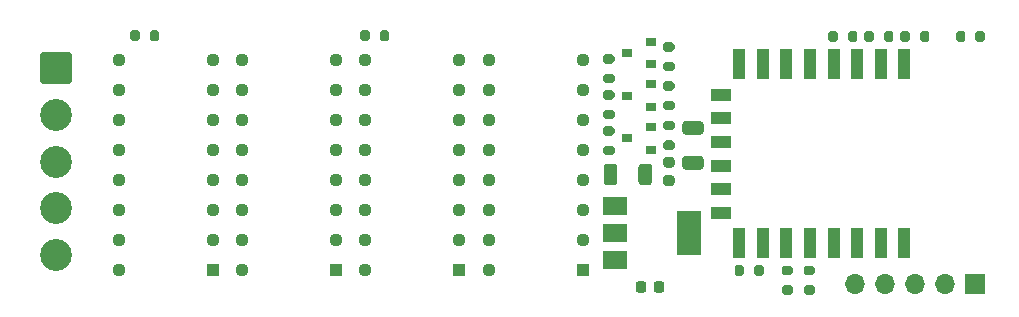
<source format=gbr>
%TF.GenerationSoftware,KiCad,Pcbnew,(5.1.9-0-10_14)*%
%TF.CreationDate,2021-01-14T22:54:26+01:00*%
%TF.ProjectId,diyscip-v2,64697973-6369-4702-9d76-322e6b696361,1.0*%
%TF.SameCoordinates,Original*%
%TF.FileFunction,Soldermask,Top*%
%TF.FilePolarity,Negative*%
%FSLAX46Y46*%
G04 Gerber Fmt 4.6, Leading zero omitted, Abs format (unit mm)*
G04 Created by KiCad (PCBNEW (5.1.9-0-10_14)) date 2021-01-14 22:54:26*
%MOMM*%
%LPD*%
G01*
G04 APERTURE LIST*
%ADD10O,1.700000X1.700000*%
%ADD11R,1.700000X1.700000*%
%ADD12R,1.000000X2.500000*%
%ADD13R,1.800000X1.000000*%
%ADD14C,2.700000*%
%ADD15R,2.000000X1.500000*%
%ADD16R,2.000000X3.800000*%
%ADD17R,0.900000X0.800000*%
%ADD18C,1.130000*%
%ADD19R,1.130000X1.130000*%
G04 APERTURE END LIST*
D10*
%TO.C,J3*%
X187198000Y-104902000D03*
X189738000Y-104902000D03*
X192278000Y-104902000D03*
X194818000Y-104902000D03*
D11*
X197358000Y-104902000D03*
%TD*%
%TO.C,TH1*%
G36*
G01*
X188804500Y-83672000D02*
X188804500Y-84222000D01*
G75*
G02*
X188604500Y-84422000I-200000J0D01*
G01*
X188204500Y-84422000D01*
G75*
G02*
X188004500Y-84222000I0J200000D01*
G01*
X188004500Y-83672000D01*
G75*
G02*
X188204500Y-83472000I200000J0D01*
G01*
X188604500Y-83472000D01*
G75*
G02*
X188804500Y-83672000I0J-200000D01*
G01*
G37*
G36*
G01*
X190454500Y-83672000D02*
X190454500Y-84222000D01*
G75*
G02*
X190254500Y-84422000I-200000J0D01*
G01*
X189854500Y-84422000D01*
G75*
G02*
X189654500Y-84222000I0J200000D01*
G01*
X189654500Y-83672000D01*
G75*
G02*
X189854500Y-83472000I200000J0D01*
G01*
X190254500Y-83472000D01*
G75*
G02*
X190454500Y-83672000I0J-200000D01*
G01*
G37*
%TD*%
%TO.C,R7*%
G36*
G01*
X197401500Y-84222000D02*
X197401500Y-83672000D01*
G75*
G02*
X197601500Y-83472000I200000J0D01*
G01*
X198001500Y-83472000D01*
G75*
G02*
X198201500Y-83672000I0J-200000D01*
G01*
X198201500Y-84222000D01*
G75*
G02*
X198001500Y-84422000I-200000J0D01*
G01*
X197601500Y-84422000D01*
G75*
G02*
X197401500Y-84222000I0J200000D01*
G01*
G37*
G36*
G01*
X195751500Y-84222000D02*
X195751500Y-83672000D01*
G75*
G02*
X195951500Y-83472000I200000J0D01*
G01*
X196351500Y-83472000D01*
G75*
G02*
X196551500Y-83672000I0J-200000D01*
G01*
X196551500Y-84222000D01*
G75*
G02*
X196351500Y-84422000I-200000J0D01*
G01*
X195951500Y-84422000D01*
G75*
G02*
X195751500Y-84222000I0J200000D01*
G01*
G37*
%TD*%
D12*
%TO.C,U2*%
X191388000Y-101473000D03*
X189388000Y-101473000D03*
X187388000Y-101473000D03*
X185388000Y-101473000D03*
X183388000Y-101473000D03*
X181388000Y-101473000D03*
X179388000Y-101473000D03*
X177388000Y-101473000D03*
D13*
X175888000Y-98873000D03*
X175888000Y-96873000D03*
X175888000Y-94873000D03*
X175888000Y-92873000D03*
X175888000Y-90873000D03*
X175888000Y-88873000D03*
D12*
X177388000Y-86273000D03*
X179388000Y-86273000D03*
X181388000Y-86273000D03*
X183388000Y-86273000D03*
X185388000Y-86273000D03*
X187388000Y-86273000D03*
X189388000Y-86273000D03*
X191388000Y-86273000D03*
%TD*%
%TO.C,R14*%
G36*
G01*
X145333000Y-84158500D02*
X145333000Y-83608500D01*
G75*
G02*
X145533000Y-83408500I200000J0D01*
G01*
X145933000Y-83408500D01*
G75*
G02*
X146133000Y-83608500I0J-200000D01*
G01*
X146133000Y-84158500D01*
G75*
G02*
X145933000Y-84358500I-200000J0D01*
G01*
X145533000Y-84358500D01*
G75*
G02*
X145333000Y-84158500I0J200000D01*
G01*
G37*
G36*
G01*
X146983000Y-84158500D02*
X146983000Y-83608500D01*
G75*
G02*
X147183000Y-83408500I200000J0D01*
G01*
X147583000Y-83408500D01*
G75*
G02*
X147783000Y-83608500I0J-200000D01*
G01*
X147783000Y-84158500D01*
G75*
G02*
X147583000Y-84358500I-200000J0D01*
G01*
X147183000Y-84358500D01*
G75*
G02*
X146983000Y-84158500I0J200000D01*
G01*
G37*
%TD*%
%TO.C,R12*%
G36*
G01*
X181758000Y-104160000D02*
X181208000Y-104160000D01*
G75*
G02*
X181008000Y-103960000I0J200000D01*
G01*
X181008000Y-103560000D01*
G75*
G02*
X181208000Y-103360000I200000J0D01*
G01*
X181758000Y-103360000D01*
G75*
G02*
X181958000Y-103560000I0J-200000D01*
G01*
X181958000Y-103960000D01*
G75*
G02*
X181758000Y-104160000I-200000J0D01*
G01*
G37*
G36*
G01*
X181758000Y-105810000D02*
X181208000Y-105810000D01*
G75*
G02*
X181008000Y-105610000I0J200000D01*
G01*
X181008000Y-105210000D01*
G75*
G02*
X181208000Y-105010000I200000J0D01*
G01*
X181758000Y-105010000D01*
G75*
G02*
X181958000Y-105210000I0J-200000D01*
G01*
X181958000Y-105610000D01*
G75*
G02*
X181758000Y-105810000I-200000J0D01*
G01*
G37*
%TD*%
%TO.C,R11*%
G36*
G01*
X183599500Y-104159000D02*
X183049500Y-104159000D01*
G75*
G02*
X182849500Y-103959000I0J200000D01*
G01*
X182849500Y-103559000D01*
G75*
G02*
X183049500Y-103359000I200000J0D01*
G01*
X183599500Y-103359000D01*
G75*
G02*
X183799500Y-103559000I0J-200000D01*
G01*
X183799500Y-103959000D01*
G75*
G02*
X183599500Y-104159000I-200000J0D01*
G01*
G37*
G36*
G01*
X183599500Y-105809000D02*
X183049500Y-105809000D01*
G75*
G02*
X182849500Y-105609000I0J200000D01*
G01*
X182849500Y-105209000D01*
G75*
G02*
X183049500Y-105009000I200000J0D01*
G01*
X183599500Y-105009000D01*
G75*
G02*
X183799500Y-105209000I0J-200000D01*
G01*
X183799500Y-105609000D01*
G75*
G02*
X183599500Y-105809000I-200000J0D01*
G01*
G37*
%TD*%
%TO.C,R9*%
G36*
G01*
X191852500Y-83672000D02*
X191852500Y-84222000D01*
G75*
G02*
X191652500Y-84422000I-200000J0D01*
G01*
X191252500Y-84422000D01*
G75*
G02*
X191052500Y-84222000I0J200000D01*
G01*
X191052500Y-83672000D01*
G75*
G02*
X191252500Y-83472000I200000J0D01*
G01*
X191652500Y-83472000D01*
G75*
G02*
X191852500Y-83672000I0J-200000D01*
G01*
G37*
G36*
G01*
X193502500Y-83672000D02*
X193502500Y-84222000D01*
G75*
G02*
X193302500Y-84422000I-200000J0D01*
G01*
X192902500Y-84422000D01*
G75*
G02*
X192702500Y-84222000I0J200000D01*
G01*
X192702500Y-83672000D01*
G75*
G02*
X192902500Y-83472000I200000J0D01*
G01*
X193302500Y-83472000D01*
G75*
G02*
X193502500Y-83672000I0J-200000D01*
G01*
G37*
%TD*%
%TO.C,R8*%
G36*
G01*
X186606500Y-84222000D02*
X186606500Y-83672000D01*
G75*
G02*
X186806500Y-83472000I200000J0D01*
G01*
X187206500Y-83472000D01*
G75*
G02*
X187406500Y-83672000I0J-200000D01*
G01*
X187406500Y-84222000D01*
G75*
G02*
X187206500Y-84422000I-200000J0D01*
G01*
X186806500Y-84422000D01*
G75*
G02*
X186606500Y-84222000I0J200000D01*
G01*
G37*
G36*
G01*
X184956500Y-84222000D02*
X184956500Y-83672000D01*
G75*
G02*
X185156500Y-83472000I200000J0D01*
G01*
X185556500Y-83472000D01*
G75*
G02*
X185756500Y-83672000I0J-200000D01*
G01*
X185756500Y-84222000D01*
G75*
G02*
X185556500Y-84422000I-200000J0D01*
G01*
X185156500Y-84422000D01*
G75*
G02*
X184956500Y-84222000I0J200000D01*
G01*
G37*
%TD*%
%TO.C,C3*%
G36*
G01*
X169524500Y-104906000D02*
X169524500Y-105406000D01*
G75*
G02*
X169299500Y-105631000I-225000J0D01*
G01*
X168849500Y-105631000D01*
G75*
G02*
X168624500Y-105406000I0J225000D01*
G01*
X168624500Y-104906000D01*
G75*
G02*
X168849500Y-104681000I225000J0D01*
G01*
X169299500Y-104681000D01*
G75*
G02*
X169524500Y-104906000I0J-225000D01*
G01*
G37*
G36*
G01*
X171074500Y-104906000D02*
X171074500Y-105406000D01*
G75*
G02*
X170849500Y-105631000I-225000J0D01*
G01*
X170399500Y-105631000D01*
G75*
G02*
X170174500Y-105406000I0J225000D01*
G01*
X170174500Y-104906000D01*
G75*
G02*
X170399500Y-104681000I225000J0D01*
G01*
X170849500Y-104681000D01*
G75*
G02*
X171074500Y-104906000I0J-225000D01*
G01*
G37*
%TD*%
D14*
%TO.C,J1*%
X119570500Y-102454000D03*
X119570500Y-98494000D03*
X119570500Y-94534000D03*
X119570500Y-90574000D03*
G36*
G01*
X118470501Y-85264000D02*
X120670499Y-85264000D01*
G75*
G02*
X120920500Y-85514001I0J-250001D01*
G01*
X120920500Y-87713999D01*
G75*
G02*
X120670499Y-87964000I-250001J0D01*
G01*
X118470501Y-87964000D01*
G75*
G02*
X118220500Y-87713999I0J250001D01*
G01*
X118220500Y-85514001D01*
G75*
G02*
X118470501Y-85264000I250001J0D01*
G01*
G37*
%TD*%
D15*
%TO.C,U1*%
X166878000Y-98270000D03*
X166878000Y-102870000D03*
X166878000Y-100570000D03*
D16*
X173178000Y-100570000D03*
%TD*%
%TO.C,R13*%
G36*
G01*
X126638500Y-83608500D02*
X126638500Y-84158500D01*
G75*
G02*
X126438500Y-84358500I-200000J0D01*
G01*
X126038500Y-84358500D01*
G75*
G02*
X125838500Y-84158500I0J200000D01*
G01*
X125838500Y-83608500D01*
G75*
G02*
X126038500Y-83408500I200000J0D01*
G01*
X126438500Y-83408500D01*
G75*
G02*
X126638500Y-83608500I0J-200000D01*
G01*
G37*
G36*
G01*
X128288500Y-83608500D02*
X128288500Y-84158500D01*
G75*
G02*
X128088500Y-84358500I-200000J0D01*
G01*
X127688500Y-84358500D01*
G75*
G02*
X127488500Y-84158500I0J200000D01*
G01*
X127488500Y-83608500D01*
G75*
G02*
X127688500Y-83408500I200000J0D01*
G01*
X128088500Y-83408500D01*
G75*
G02*
X128288500Y-83608500I0J-200000D01*
G01*
G37*
%TD*%
%TO.C,R10*%
G36*
G01*
X177819000Y-103484000D02*
X177819000Y-104034000D01*
G75*
G02*
X177619000Y-104234000I-200000J0D01*
G01*
X177219000Y-104234000D01*
G75*
G02*
X177019000Y-104034000I0J200000D01*
G01*
X177019000Y-103484000D01*
G75*
G02*
X177219000Y-103284000I200000J0D01*
G01*
X177619000Y-103284000D01*
G75*
G02*
X177819000Y-103484000I0J-200000D01*
G01*
G37*
G36*
G01*
X179469000Y-103484000D02*
X179469000Y-104034000D01*
G75*
G02*
X179269000Y-104234000I-200000J0D01*
G01*
X178869000Y-104234000D01*
G75*
G02*
X178669000Y-104034000I0J200000D01*
G01*
X178669000Y-103484000D01*
G75*
G02*
X178869000Y-103284000I200000J0D01*
G01*
X179269000Y-103284000D01*
G75*
G02*
X179469000Y-103484000I0J-200000D01*
G01*
G37*
%TD*%
%TO.C,R6*%
G36*
G01*
X171725000Y-85237000D02*
X171175000Y-85237000D01*
G75*
G02*
X170975000Y-85037000I0J200000D01*
G01*
X170975000Y-84637000D01*
G75*
G02*
X171175000Y-84437000I200000J0D01*
G01*
X171725000Y-84437000D01*
G75*
G02*
X171925000Y-84637000I0J-200000D01*
G01*
X171925000Y-85037000D01*
G75*
G02*
X171725000Y-85237000I-200000J0D01*
G01*
G37*
G36*
G01*
X171725000Y-86887000D02*
X171175000Y-86887000D01*
G75*
G02*
X170975000Y-86687000I0J200000D01*
G01*
X170975000Y-86287000D01*
G75*
G02*
X171175000Y-86087000I200000J0D01*
G01*
X171725000Y-86087000D01*
G75*
G02*
X171925000Y-86287000I0J-200000D01*
G01*
X171925000Y-86687000D01*
G75*
G02*
X171725000Y-86887000I-200000J0D01*
G01*
G37*
%TD*%
%TO.C,R5*%
G36*
G01*
X171725000Y-88538000D02*
X171175000Y-88538000D01*
G75*
G02*
X170975000Y-88338000I0J200000D01*
G01*
X170975000Y-87938000D01*
G75*
G02*
X171175000Y-87738000I200000J0D01*
G01*
X171725000Y-87738000D01*
G75*
G02*
X171925000Y-87938000I0J-200000D01*
G01*
X171925000Y-88338000D01*
G75*
G02*
X171725000Y-88538000I-200000J0D01*
G01*
G37*
G36*
G01*
X171725000Y-90188000D02*
X171175000Y-90188000D01*
G75*
G02*
X170975000Y-89988000I0J200000D01*
G01*
X170975000Y-89588000D01*
G75*
G02*
X171175000Y-89388000I200000J0D01*
G01*
X171725000Y-89388000D01*
G75*
G02*
X171925000Y-89588000I0J-200000D01*
G01*
X171925000Y-89988000D01*
G75*
G02*
X171725000Y-90188000I-200000J0D01*
G01*
G37*
%TD*%
%TO.C,R4*%
G36*
G01*
X171725000Y-91904000D02*
X171175000Y-91904000D01*
G75*
G02*
X170975000Y-91704000I0J200000D01*
G01*
X170975000Y-91304000D01*
G75*
G02*
X171175000Y-91104000I200000J0D01*
G01*
X171725000Y-91104000D01*
G75*
G02*
X171925000Y-91304000I0J-200000D01*
G01*
X171925000Y-91704000D01*
G75*
G02*
X171725000Y-91904000I-200000J0D01*
G01*
G37*
G36*
G01*
X171725000Y-93554000D02*
X171175000Y-93554000D01*
G75*
G02*
X170975000Y-93354000I0J200000D01*
G01*
X170975000Y-92954000D01*
G75*
G02*
X171175000Y-92754000I200000J0D01*
G01*
X171725000Y-92754000D01*
G75*
G02*
X171925000Y-92954000I0J-200000D01*
G01*
X171925000Y-93354000D01*
G75*
G02*
X171725000Y-93554000I-200000J0D01*
G01*
G37*
%TD*%
%TO.C,R3*%
G36*
G01*
X166645000Y-86253000D02*
X166095000Y-86253000D01*
G75*
G02*
X165895000Y-86053000I0J200000D01*
G01*
X165895000Y-85653000D01*
G75*
G02*
X166095000Y-85453000I200000J0D01*
G01*
X166645000Y-85453000D01*
G75*
G02*
X166845000Y-85653000I0J-200000D01*
G01*
X166845000Y-86053000D01*
G75*
G02*
X166645000Y-86253000I-200000J0D01*
G01*
G37*
G36*
G01*
X166645000Y-87903000D02*
X166095000Y-87903000D01*
G75*
G02*
X165895000Y-87703000I0J200000D01*
G01*
X165895000Y-87303000D01*
G75*
G02*
X166095000Y-87103000I200000J0D01*
G01*
X166645000Y-87103000D01*
G75*
G02*
X166845000Y-87303000I0J-200000D01*
G01*
X166845000Y-87703000D01*
G75*
G02*
X166645000Y-87903000I-200000J0D01*
G01*
G37*
%TD*%
%TO.C,R2*%
G36*
G01*
X166645000Y-89300000D02*
X166095000Y-89300000D01*
G75*
G02*
X165895000Y-89100000I0J200000D01*
G01*
X165895000Y-88700000D01*
G75*
G02*
X166095000Y-88500000I200000J0D01*
G01*
X166645000Y-88500000D01*
G75*
G02*
X166845000Y-88700000I0J-200000D01*
G01*
X166845000Y-89100000D01*
G75*
G02*
X166645000Y-89300000I-200000J0D01*
G01*
G37*
G36*
G01*
X166645000Y-90950000D02*
X166095000Y-90950000D01*
G75*
G02*
X165895000Y-90750000I0J200000D01*
G01*
X165895000Y-90350000D01*
G75*
G02*
X166095000Y-90150000I200000J0D01*
G01*
X166645000Y-90150000D01*
G75*
G02*
X166845000Y-90350000I0J-200000D01*
G01*
X166845000Y-90750000D01*
G75*
G02*
X166645000Y-90950000I-200000J0D01*
G01*
G37*
%TD*%
%TO.C,R1*%
G36*
G01*
X166645000Y-92349000D02*
X166095000Y-92349000D01*
G75*
G02*
X165895000Y-92149000I0J200000D01*
G01*
X165895000Y-91749000D01*
G75*
G02*
X166095000Y-91549000I200000J0D01*
G01*
X166645000Y-91549000D01*
G75*
G02*
X166845000Y-91749000I0J-200000D01*
G01*
X166845000Y-92149000D01*
G75*
G02*
X166645000Y-92349000I-200000J0D01*
G01*
G37*
G36*
G01*
X166645000Y-93999000D02*
X166095000Y-93999000D01*
G75*
G02*
X165895000Y-93799000I0J200000D01*
G01*
X165895000Y-93399000D01*
G75*
G02*
X166095000Y-93199000I200000J0D01*
G01*
X166645000Y-93199000D01*
G75*
G02*
X166845000Y-93399000I0J-200000D01*
G01*
X166845000Y-93799000D01*
G75*
G02*
X166645000Y-93999000I-200000J0D01*
G01*
G37*
%TD*%
D17*
%TO.C,Q3*%
X167910000Y-85344000D03*
X169910000Y-84394000D03*
X169910000Y-86294000D03*
%TD*%
%TO.C,Q2*%
X167926000Y-88961000D03*
X169926000Y-88011000D03*
X169926000Y-89911000D03*
%TD*%
%TO.C,Q1*%
X167910000Y-92583000D03*
X169910000Y-91633000D03*
X169910000Y-93533000D03*
%TD*%
D18*
%TO.C,IC4*%
X124902000Y-103695500D03*
X124902000Y-101155500D03*
X124902000Y-98615500D03*
X124902000Y-96075500D03*
X124902000Y-93535500D03*
X124902000Y-90995500D03*
X124902000Y-88455500D03*
X124902000Y-85915500D03*
X132842000Y-85915500D03*
X132842000Y-88455500D03*
X132842000Y-90995500D03*
X132842000Y-93535500D03*
X132842000Y-96075500D03*
X132842000Y-98615500D03*
X132842000Y-101155500D03*
D19*
X132842000Y-103695500D03*
%TD*%
D18*
%TO.C,IC3*%
X145732500Y-103695500D03*
X145732500Y-101155500D03*
X145732500Y-98615500D03*
X145732500Y-96075500D03*
X145732500Y-93535500D03*
X145732500Y-90995500D03*
X145732500Y-88455500D03*
X145732500Y-85915500D03*
X153672500Y-85915500D03*
X153672500Y-88455500D03*
X153672500Y-90995500D03*
X153672500Y-93535500D03*
X153672500Y-96075500D03*
X153672500Y-98615500D03*
X153672500Y-101155500D03*
D19*
X153672500Y-103695500D03*
%TD*%
D18*
%TO.C,IC2*%
X135318500Y-103695500D03*
X135318500Y-101155500D03*
X135318500Y-98615500D03*
X135318500Y-96075500D03*
X135318500Y-93535500D03*
X135318500Y-90995500D03*
X135318500Y-88455500D03*
X135318500Y-85915500D03*
X143258500Y-85915500D03*
X143258500Y-88455500D03*
X143258500Y-90995500D03*
X143258500Y-93535500D03*
X143258500Y-96075500D03*
X143258500Y-98615500D03*
X143258500Y-101155500D03*
D19*
X143258500Y-103695500D03*
%TD*%
D18*
%TO.C,IC1*%
X156210000Y-103695500D03*
X156210000Y-101155500D03*
X156210000Y-98615500D03*
X156210000Y-96075500D03*
X156210000Y-93535500D03*
X156210000Y-90995500D03*
X156210000Y-88455500D03*
X156210000Y-85915500D03*
X164150000Y-85915500D03*
X164150000Y-88455500D03*
X164150000Y-90995500D03*
X164150000Y-93535500D03*
X164150000Y-96075500D03*
X164150000Y-98615500D03*
X164150000Y-101155500D03*
D19*
X164150000Y-103695500D03*
%TD*%
%TO.C,C4*%
G36*
G01*
X172831999Y-94069000D02*
X174132001Y-94069000D01*
G75*
G02*
X174382000Y-94318999I0J-249999D01*
G01*
X174382000Y-94969001D01*
G75*
G02*
X174132001Y-95219000I-249999J0D01*
G01*
X172831999Y-95219000D01*
G75*
G02*
X172582000Y-94969001I0J249999D01*
G01*
X172582000Y-94318999D01*
G75*
G02*
X172831999Y-94069000I249999J0D01*
G01*
G37*
G36*
G01*
X172831999Y-91119000D02*
X174132001Y-91119000D01*
G75*
G02*
X174382000Y-91368999I0J-249999D01*
G01*
X174382000Y-92019001D01*
G75*
G02*
X174132001Y-92269000I-249999J0D01*
G01*
X172831999Y-92269000D01*
G75*
G02*
X172582000Y-92019001I0J249999D01*
G01*
X172582000Y-91368999D01*
G75*
G02*
X172831999Y-91119000I249999J0D01*
G01*
G37*
%TD*%
%TO.C,C2*%
G36*
G01*
X171700000Y-95052000D02*
X171200000Y-95052000D01*
G75*
G02*
X170975000Y-94827000I0J225000D01*
G01*
X170975000Y-94377000D01*
G75*
G02*
X171200000Y-94152000I225000J0D01*
G01*
X171700000Y-94152000D01*
G75*
G02*
X171925000Y-94377000I0J-225000D01*
G01*
X171925000Y-94827000D01*
G75*
G02*
X171700000Y-95052000I-225000J0D01*
G01*
G37*
G36*
G01*
X171700000Y-96602000D02*
X171200000Y-96602000D01*
G75*
G02*
X170975000Y-96377000I0J225000D01*
G01*
X170975000Y-95927000D01*
G75*
G02*
X171200000Y-95702000I225000J0D01*
G01*
X171700000Y-95702000D01*
G75*
G02*
X171925000Y-95927000I0J-225000D01*
G01*
X171925000Y-96377000D01*
G75*
G02*
X171700000Y-96602000I-225000J0D01*
G01*
G37*
%TD*%
%TO.C,C1*%
G36*
G01*
X168872000Y-96281001D02*
X168872000Y-94980999D01*
G75*
G02*
X169121999Y-94731000I249999J0D01*
G01*
X169772001Y-94731000D01*
G75*
G02*
X170022000Y-94980999I0J-249999D01*
G01*
X170022000Y-96281001D01*
G75*
G02*
X169772001Y-96531000I-249999J0D01*
G01*
X169121999Y-96531000D01*
G75*
G02*
X168872000Y-96281001I0J249999D01*
G01*
G37*
G36*
G01*
X165922000Y-96281001D02*
X165922000Y-94980999D01*
G75*
G02*
X166171999Y-94731000I249999J0D01*
G01*
X166822001Y-94731000D01*
G75*
G02*
X167072000Y-94980999I0J-249999D01*
G01*
X167072000Y-96281001D01*
G75*
G02*
X166822001Y-96531000I-249999J0D01*
G01*
X166171999Y-96531000D01*
G75*
G02*
X165922000Y-96281001I0J249999D01*
G01*
G37*
%TD*%
M02*

</source>
